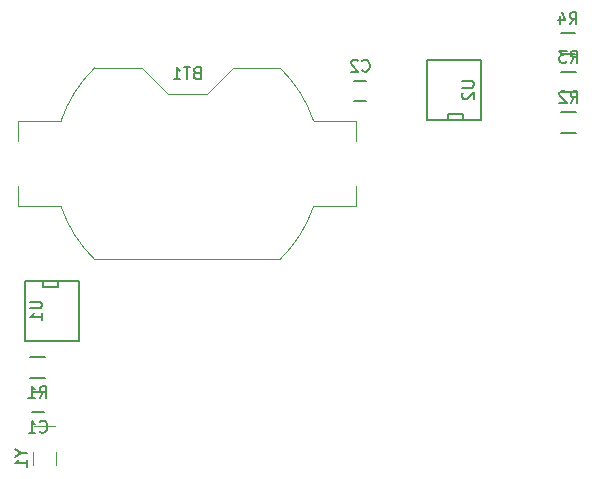
<source format=gbo>
G04 #@! TF.FileFunction,Legend,Bot*
%FSLAX46Y46*%
G04 Gerber Fmt 4.6, Leading zero omitted, Abs format (unit mm)*
G04 Created by KiCad (PCBNEW 4.0.6) date Friday, 11 August 2017 'AMt' 02:59:44*
%MOMM*%
%LPD*%
G01*
G04 APERTURE LIST*
%ADD10C,0.100000*%
%ADD11C,0.120000*%
%ADD12C,0.150000*%
G04 APERTURE END LIST*
D10*
D11*
X21543630Y-11116011D02*
G75*
G03X18697000Y-15617800I7845370J-8111789D01*
G01*
X37234370Y-27339589D02*
G75*
G03X40081000Y-22837800I-7845370J8111789D01*
G01*
X37234370Y-11116011D02*
G75*
G02X40081000Y-15617800I-7845370J-8111789D01*
G01*
X21543630Y-27339589D02*
G75*
G02X18697000Y-22837800I7845370J8111789D01*
G01*
X15079000Y-17327800D02*
X15079000Y-15617800D01*
X18697000Y-15617800D02*
X15079000Y-15617800D01*
X25529000Y-11117800D02*
X21541700Y-11117800D01*
X27729000Y-13317800D02*
X25529000Y-11117800D01*
X31049000Y-13317800D02*
X27729000Y-13317800D01*
X31049000Y-13317800D02*
X33249000Y-11117800D01*
X37236300Y-11117800D02*
X33249000Y-11117800D01*
X43699000Y-17327800D02*
X43699000Y-15617800D01*
X43699000Y-15617800D02*
X40081000Y-15617800D01*
X40081000Y-22837800D02*
X43699000Y-22837800D01*
X43699000Y-21127800D02*
X43699000Y-22837800D01*
X21541700Y-27337800D02*
X37236300Y-27337800D01*
X15079000Y-21127800D02*
X15079000Y-22837800D01*
X15079000Y-22837800D02*
X18697000Y-22837800D01*
D12*
X15621000Y-29133800D02*
X15621000Y-34213800D01*
X15621000Y-34213800D02*
X20193000Y-34213800D01*
X20193000Y-34213800D02*
X20193000Y-29133800D01*
X20193000Y-29133800D02*
X15621000Y-29133800D01*
X17145000Y-29133800D02*
X17145000Y-29641800D01*
X17145000Y-29641800D02*
X18415000Y-29641800D01*
X18415000Y-29641800D02*
X18415000Y-29133800D01*
D11*
X16347400Y-43620600D02*
X16347400Y-44720600D01*
X18247400Y-43620600D02*
X18247400Y-44720600D01*
X16397400Y-41470600D02*
X18197400Y-41470600D01*
D12*
X17238600Y-40296200D02*
X16238600Y-40296200D01*
X16238600Y-38596200D02*
X17238600Y-38596200D01*
X17309400Y-35624800D02*
X16109400Y-35624800D01*
X16109400Y-37374800D02*
X17309400Y-37374800D01*
X43538200Y-12231000D02*
X44538200Y-12231000D01*
X44538200Y-13931000D02*
X43538200Y-13931000D01*
X61067400Y-16597600D02*
X62267400Y-16597600D01*
X62267400Y-14847600D02*
X61067400Y-14847600D01*
X61067400Y-13194000D02*
X62267400Y-13194000D01*
X62267400Y-11444000D02*
X61067400Y-11444000D01*
X60995000Y-9942800D02*
X62195000Y-9942800D01*
X62195000Y-8192800D02*
X60995000Y-8192800D01*
X54229000Y-15519400D02*
X54229000Y-10439400D01*
X54229000Y-10439400D02*
X49657000Y-10439400D01*
X49657000Y-10439400D02*
X49657000Y-15519400D01*
X49657000Y-15519400D02*
X54229000Y-15519400D01*
X52705000Y-15519400D02*
X52705000Y-15011400D01*
X52705000Y-15011400D02*
X51435000Y-15011400D01*
X51435000Y-15011400D02*
X51435000Y-15519400D01*
X30174714Y-11536371D02*
X30031857Y-11583990D01*
X29984238Y-11631610D01*
X29936619Y-11726848D01*
X29936619Y-11869705D01*
X29984238Y-11964943D01*
X30031857Y-12012562D01*
X30127095Y-12060181D01*
X30508048Y-12060181D01*
X30508048Y-11060181D01*
X30174714Y-11060181D01*
X30079476Y-11107800D01*
X30031857Y-11155419D01*
X29984238Y-11250657D01*
X29984238Y-11345895D01*
X30031857Y-11441133D01*
X30079476Y-11488752D01*
X30174714Y-11536371D01*
X30508048Y-11536371D01*
X29650905Y-11060181D02*
X29079476Y-11060181D01*
X29365191Y-12060181D02*
X29365191Y-11060181D01*
X28222333Y-12060181D02*
X28793762Y-12060181D01*
X28508048Y-12060181D02*
X28508048Y-11060181D01*
X28603286Y-11203038D01*
X28698524Y-11298276D01*
X28793762Y-11345895D01*
X16089381Y-30911895D02*
X16898905Y-30911895D01*
X16994143Y-30959514D01*
X17041762Y-31007133D01*
X17089381Y-31102371D01*
X17089381Y-31292848D01*
X17041762Y-31388086D01*
X16994143Y-31435705D01*
X16898905Y-31483324D01*
X16089381Y-31483324D01*
X17089381Y-32483324D02*
X17089381Y-31911895D01*
X17089381Y-32197609D02*
X16089381Y-32197609D01*
X16232238Y-32102371D01*
X16327476Y-32007133D01*
X16375095Y-31911895D01*
X15323590Y-43694409D02*
X15799781Y-43694409D01*
X14799781Y-43361076D02*
X15323590Y-43694409D01*
X14799781Y-44027743D01*
X15799781Y-44884886D02*
X15799781Y-44313457D01*
X15799781Y-44599171D02*
X14799781Y-44599171D01*
X14942638Y-44503933D01*
X15037876Y-44408695D01*
X15085495Y-44313457D01*
X16905266Y-41903343D02*
X16952885Y-41950962D01*
X17095742Y-41998581D01*
X17190980Y-41998581D01*
X17333838Y-41950962D01*
X17429076Y-41855724D01*
X17476695Y-41760486D01*
X17524314Y-41570010D01*
X17524314Y-41427152D01*
X17476695Y-41236676D01*
X17429076Y-41141438D01*
X17333838Y-41046200D01*
X17190980Y-40998581D01*
X17095742Y-40998581D01*
X16952885Y-41046200D01*
X16905266Y-41093819D01*
X15952885Y-41998581D02*
X16524314Y-41998581D01*
X16238600Y-41998581D02*
X16238600Y-40998581D01*
X16333838Y-41141438D01*
X16429076Y-41236676D01*
X16524314Y-41284295D01*
X16876066Y-39052181D02*
X17209400Y-38575990D01*
X17447495Y-39052181D02*
X17447495Y-38052181D01*
X17066542Y-38052181D01*
X16971304Y-38099800D01*
X16923685Y-38147419D01*
X16876066Y-38242657D01*
X16876066Y-38385514D01*
X16923685Y-38480752D01*
X16971304Y-38528371D01*
X17066542Y-38575990D01*
X17447495Y-38575990D01*
X15923685Y-39052181D02*
X16495114Y-39052181D01*
X16209400Y-39052181D02*
X16209400Y-38052181D01*
X16304638Y-38195038D01*
X16399876Y-38290276D01*
X16495114Y-38337895D01*
X44204866Y-11338143D02*
X44252485Y-11385762D01*
X44395342Y-11433381D01*
X44490580Y-11433381D01*
X44633438Y-11385762D01*
X44728676Y-11290524D01*
X44776295Y-11195286D01*
X44823914Y-11004810D01*
X44823914Y-10861952D01*
X44776295Y-10671476D01*
X44728676Y-10576238D01*
X44633438Y-10481000D01*
X44490580Y-10433381D01*
X44395342Y-10433381D01*
X44252485Y-10481000D01*
X44204866Y-10528619D01*
X43823914Y-10528619D02*
X43776295Y-10481000D01*
X43681057Y-10433381D01*
X43442961Y-10433381D01*
X43347723Y-10481000D01*
X43300104Y-10528619D01*
X43252485Y-10623857D01*
X43252485Y-10719095D01*
X43300104Y-10861952D01*
X43871533Y-11433381D01*
X43252485Y-11433381D01*
X61834066Y-14074981D02*
X62167400Y-13598790D01*
X62405495Y-14074981D02*
X62405495Y-13074981D01*
X62024542Y-13074981D01*
X61929304Y-13122600D01*
X61881685Y-13170219D01*
X61834066Y-13265457D01*
X61834066Y-13408314D01*
X61881685Y-13503552D01*
X61929304Y-13551171D01*
X62024542Y-13598790D01*
X62405495Y-13598790D01*
X61453114Y-13170219D02*
X61405495Y-13122600D01*
X61310257Y-13074981D01*
X61072161Y-13074981D01*
X60976923Y-13122600D01*
X60929304Y-13170219D01*
X60881685Y-13265457D01*
X60881685Y-13360695D01*
X60929304Y-13503552D01*
X61500733Y-14074981D01*
X60881685Y-14074981D01*
X61834066Y-10671381D02*
X62167400Y-10195190D01*
X62405495Y-10671381D02*
X62405495Y-9671381D01*
X62024542Y-9671381D01*
X61929304Y-9719000D01*
X61881685Y-9766619D01*
X61834066Y-9861857D01*
X61834066Y-10004714D01*
X61881685Y-10099952D01*
X61929304Y-10147571D01*
X62024542Y-10195190D01*
X62405495Y-10195190D01*
X61500733Y-9671381D02*
X60881685Y-9671381D01*
X61215019Y-10052333D01*
X61072161Y-10052333D01*
X60976923Y-10099952D01*
X60929304Y-10147571D01*
X60881685Y-10242810D01*
X60881685Y-10480905D01*
X60929304Y-10576143D01*
X60976923Y-10623762D01*
X61072161Y-10671381D01*
X61357876Y-10671381D01*
X61453114Y-10623762D01*
X61500733Y-10576143D01*
X61761666Y-7420181D02*
X62095000Y-6943990D01*
X62333095Y-7420181D02*
X62333095Y-6420181D01*
X61952142Y-6420181D01*
X61856904Y-6467800D01*
X61809285Y-6515419D01*
X61761666Y-6610657D01*
X61761666Y-6753514D01*
X61809285Y-6848752D01*
X61856904Y-6896371D01*
X61952142Y-6943990D01*
X62333095Y-6943990D01*
X60904523Y-6753514D02*
X60904523Y-7420181D01*
X61142619Y-6372562D02*
X61380714Y-7086848D01*
X60761666Y-7086848D01*
X52665381Y-12217495D02*
X53474905Y-12217495D01*
X53570143Y-12265114D01*
X53617762Y-12312733D01*
X53665381Y-12407971D01*
X53665381Y-12598448D01*
X53617762Y-12693686D01*
X53570143Y-12741305D01*
X53474905Y-12788924D01*
X52665381Y-12788924D01*
X52760619Y-13217495D02*
X52713000Y-13265114D01*
X52665381Y-13360352D01*
X52665381Y-13598448D01*
X52713000Y-13693686D01*
X52760619Y-13741305D01*
X52855857Y-13788924D01*
X52951095Y-13788924D01*
X53093952Y-13741305D01*
X53665381Y-13169876D01*
X53665381Y-13788924D01*
M02*

</source>
